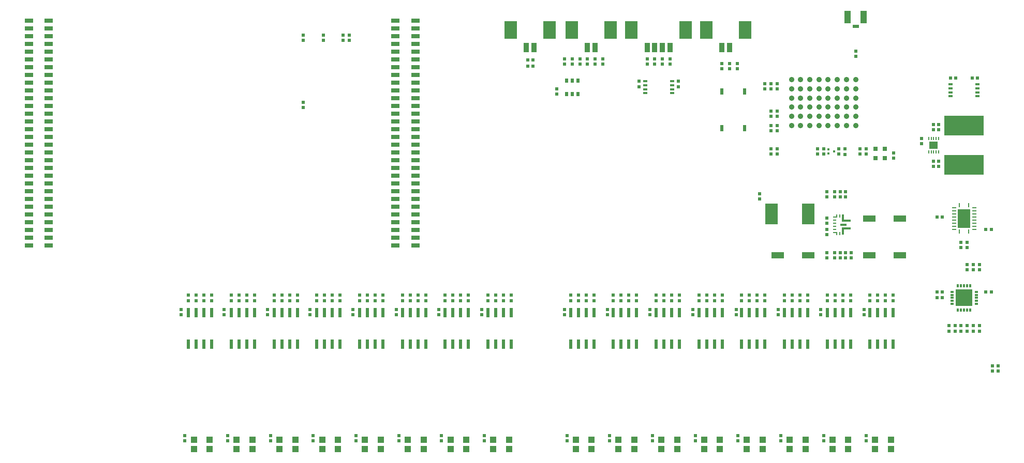
<source format=gtp>
G04*
G04 #@! TF.GenerationSoftware,Altium Limited,Altium Designer,20.0.13 (296)*
G04*
G04 Layer_Color=8421504*
%FSLAX25Y25*%
%MOIN*%
G70*
G01*
G75*
%ADD19R,0.05787X0.02914*%
G04:AMPARAMS|DCode=20|XSize=23.62mil|YSize=9.45mil|CornerRadius=0.94mil|HoleSize=0mil|Usage=FLASHONLY|Rotation=0.000|XOffset=0mil|YOffset=0mil|HoleType=Round|Shape=RoundedRectangle|*
%AMROUNDEDRECTD20*
21,1,0.02362,0.00756,0,0,0.0*
21,1,0.02173,0.00945,0,0,0.0*
1,1,0.00189,0.01087,-0.00378*
1,1,0.00189,-0.01087,-0.00378*
1,1,0.00189,-0.01087,0.00378*
1,1,0.00189,0.01087,0.00378*
%
%ADD20ROUNDEDRECTD20*%
G04:AMPARAMS|DCode=21|XSize=23.62mil|YSize=9.45mil|CornerRadius=0.94mil|HoleSize=0mil|Usage=FLASHONLY|Rotation=90.000|XOffset=0mil|YOffset=0mil|HoleType=Round|Shape=RoundedRectangle|*
%AMROUNDEDRECTD21*
21,1,0.02362,0.00756,0,0,90.0*
21,1,0.02173,0.00945,0,0,90.0*
1,1,0.00189,0.00378,0.01087*
1,1,0.00189,0.00378,-0.01087*
1,1,0.00189,-0.00378,-0.01087*
1,1,0.00189,-0.00378,0.01087*
%
%ADD21ROUNDEDRECTD21*%
%ADD22R,0.08071X0.12008*%
%ADD23R,0.05709X0.01575*%
%ADD24R,0.01575X0.04921*%
%ADD25R,0.00984X0.02264*%
%ADD26R,0.02756X0.00886*%
%ADD27R,0.00984X0.02165*%
%ADD28R,0.02165X0.00984*%
%ADD29R,0.03937X0.01575*%
%ADD30R,0.00984X0.01968*%
%ADD31R,0.05512X0.05118*%
%ADD32R,0.07874X0.13780*%
%ADD33R,0.01968X0.03150*%
%ADD34R,0.01575X0.01575*%
%ADD35R,0.01575X0.01575*%
%ADD36R,0.05787X0.02913*%
%ADD37R,0.25591X0.12520*%
%ADD38R,0.02047X0.01850*%
%ADD39R,0.11024X0.11024*%
%ADD40R,0.01181X0.01968*%
%ADD41R,0.01968X0.01181*%
%ADD42R,0.01968X0.03937*%
%ADD43R,0.03150X0.01575*%
%ADD44R,0.03937X0.03937*%
%ADD45R,0.02362X0.01968*%
%ADD46R,0.03150X0.03150*%
%ADD47R,0.01968X0.05906*%
%ADD48R,0.01850X0.02047*%
%ADD49R,0.08268X0.11811*%
G04:AMPARAMS|DCode=50|XSize=62.99mil|YSize=31.89mil|CornerRadius=3.19mil|HoleSize=0mil|Usage=FLASHONLY|Rotation=270.000|XOffset=0mil|YOffset=0mil|HoleType=Round|Shape=RoundedRectangle|*
%AMROUNDEDRECTD50*
21,1,0.06299,0.02551,0,0,270.0*
21,1,0.05661,0.03189,0,0,270.0*
1,1,0.00638,-0.01276,-0.02831*
1,1,0.00638,-0.01276,0.02831*
1,1,0.00638,0.01276,0.02831*
1,1,0.00638,0.01276,-0.02831*
%
%ADD50ROUNDEDRECTD50*%
%ADD51R,0.03937X0.07874*%
%ADD52R,0.03937X0.02362*%
%ADD53R,0.07874X0.03937*%
%ADD54C,0.03543*%
D19*
X31370Y140099D02*
D03*
X44071Y140099D02*
D03*
X31370Y145098D02*
D03*
X44071Y145099D02*
D03*
X31370Y150099D02*
D03*
X44071Y150099D02*
D03*
X31370Y155098D02*
D03*
X44071Y155099D02*
D03*
X31370Y160099D02*
D03*
X44071Y160099D02*
D03*
X31370Y165099D02*
D03*
X44071Y165099D02*
D03*
X31370Y170098D02*
D03*
X44071Y170099D02*
D03*
X31370Y175099D02*
D03*
X44071Y175099D02*
D03*
X31370Y180098D02*
D03*
X44071Y180099D02*
D03*
X31370Y185099D02*
D03*
X44071Y185099D02*
D03*
X31370Y190099D02*
D03*
X44071Y190099D02*
D03*
X31370Y195098D02*
D03*
X44071Y195099D02*
D03*
X31370Y200098D02*
D03*
X44071Y200099D02*
D03*
X31370Y205099D02*
D03*
X44071Y205099D02*
D03*
X31370Y210098D02*
D03*
X44071Y210099D02*
D03*
X31370Y215098D02*
D03*
X44071Y215099D02*
D03*
X31370Y220098D02*
D03*
X44071Y220098D02*
D03*
X31370Y225098D02*
D03*
X44071Y225098D02*
D03*
X31370Y230098D02*
D03*
X44071Y230099D02*
D03*
X31370Y235098D02*
D03*
X44071Y235099D02*
D03*
X31370Y240098D02*
D03*
X44071Y240099D02*
D03*
X31370Y245098D02*
D03*
X44071Y245098D02*
D03*
X31370Y250098D02*
D03*
X44071Y250098D02*
D03*
X31370Y255098D02*
D03*
X44071Y255099D02*
D03*
X31370Y260098D02*
D03*
X44071Y260099D02*
D03*
X31370Y265098D02*
D03*
X44071Y265099D02*
D03*
X31370Y270098D02*
D03*
X44071Y270098D02*
D03*
X31370Y275098D02*
D03*
X44071Y275098D02*
D03*
X31370Y280098D02*
D03*
X44071Y280099D02*
D03*
X31370Y285098D02*
D03*
X44071Y285099D02*
D03*
X267590Y140102D02*
D03*
X280291D02*
D03*
X267590Y145102D02*
D03*
X280291D02*
D03*
X267590Y150102D02*
D03*
X280291D02*
D03*
X267590Y155102D02*
D03*
X280291D02*
D03*
X267590Y160102D02*
D03*
X280291D02*
D03*
X267590Y165102D02*
D03*
X280291D02*
D03*
X267590Y170102D02*
D03*
X280291D02*
D03*
X267590Y175102D02*
D03*
X280291D02*
D03*
X267590Y180102D02*
D03*
X280291D02*
D03*
X267590Y185102D02*
D03*
X280291D02*
D03*
X267590Y190102D02*
D03*
X280291D02*
D03*
X267590Y195102D02*
D03*
X280291D02*
D03*
X267590Y200102D02*
D03*
X280291D02*
D03*
X267590Y205102D02*
D03*
X280291D02*
D03*
X267590Y210102D02*
D03*
X280291D02*
D03*
X267590Y215102D02*
D03*
X280291D02*
D03*
X267590Y220102D02*
D03*
X280291D02*
D03*
X267590Y225102D02*
D03*
X280291D02*
D03*
X267590Y230102D02*
D03*
X280291D02*
D03*
X267590Y235102D02*
D03*
X280291D02*
D03*
X267590Y240102D02*
D03*
X280291D02*
D03*
X267590Y245102D02*
D03*
X280291D02*
D03*
X267590Y250102D02*
D03*
X280291D02*
D03*
X267590Y255102D02*
D03*
X280291D02*
D03*
X267590Y260102D02*
D03*
X280291D02*
D03*
X267590Y265102D02*
D03*
X280291D02*
D03*
X267590Y270102D02*
D03*
X280291D02*
D03*
X267590Y275102D02*
D03*
X280291D02*
D03*
X267590Y280102D02*
D03*
X280291D02*
D03*
X267590Y285102D02*
D03*
X280291D02*
D03*
D20*
X627362Y158465D02*
D03*
Y156496D02*
D03*
Y154527D02*
D03*
Y152559D02*
D03*
Y150591D02*
D03*
Y160433D02*
D03*
Y162402D02*
D03*
Y164370D02*
D03*
X640354D02*
D03*
Y162402D02*
D03*
Y160433D02*
D03*
Y150591D02*
D03*
Y152559D02*
D03*
Y154527D02*
D03*
Y156496D02*
D03*
Y158465D02*
D03*
D21*
X630905Y149016D02*
D03*
X636811D02*
D03*
X630905Y165945D02*
D03*
X636811D02*
D03*
D22*
X633858Y157480D02*
D03*
D23*
X557972Y150984D02*
D03*
Y156102D02*
D03*
D24*
X555905Y149311D02*
D03*
Y157776D02*
D03*
D25*
X551673Y147884D02*
D03*
Y159203D02*
D03*
D26*
X550787Y148573D02*
D03*
Y158514D02*
D03*
D27*
X553642Y147933D02*
D03*
Y159153D02*
D03*
D28*
X550492Y150591D02*
D03*
Y152559D02*
D03*
Y154528D02*
D03*
Y156496D02*
D03*
D29*
X556102Y153543D02*
D03*
D30*
X611024Y200394D02*
D03*
X612598D02*
D03*
X614173D02*
D03*
X615748D02*
D03*
X617323D02*
D03*
Y209055D02*
D03*
X615748D02*
D03*
X614173D02*
D03*
X612598D02*
D03*
X611024D02*
D03*
D31*
X614173Y204724D02*
D03*
D32*
X533465Y160492D02*
D03*
X509842D02*
D03*
D33*
X381398Y246457D02*
D03*
X377658D02*
D03*
X385138D02*
D03*
Y237795D02*
D03*
X381398D02*
D03*
X377658D02*
D03*
D34*
X546457Y202264D02*
D03*
Y199311D02*
D03*
D35*
X550000Y200787D02*
D03*
D36*
X31370Y140099D02*
D03*
X44070D02*
D03*
X31370Y145098D02*
D03*
X44070D02*
D03*
X31370Y150099D02*
D03*
X44070D02*
D03*
X31370Y155098D02*
D03*
X44070D02*
D03*
X31370Y160099D02*
D03*
X44070D02*
D03*
X31370Y165099D02*
D03*
X44070D02*
D03*
X31370Y170098D02*
D03*
X44070D02*
D03*
X31370Y175099D02*
D03*
X44070D02*
D03*
X31370Y180098D02*
D03*
X44070D02*
D03*
X31370Y185099D02*
D03*
X44070D02*
D03*
X31370Y190099D02*
D03*
X44070D02*
D03*
X31370Y195098D02*
D03*
X44070D02*
D03*
X31370Y200098D02*
D03*
X44070D02*
D03*
X31370Y205099D02*
D03*
X44070D02*
D03*
X31370Y210099D02*
D03*
X44070D02*
D03*
X31370Y215099D02*
D03*
X44070D02*
D03*
X31370Y220098D02*
D03*
X44070D02*
D03*
X31370Y225098D02*
D03*
X44070D02*
D03*
X31370Y230099D02*
D03*
X44070D02*
D03*
X31370Y235099D02*
D03*
X44070D02*
D03*
X31370Y240099D02*
D03*
X44070D02*
D03*
X31370Y245098D02*
D03*
X44070D02*
D03*
X31370Y250098D02*
D03*
X44070D02*
D03*
X31370Y255099D02*
D03*
X44070D02*
D03*
X31370Y260099D02*
D03*
X44070D02*
D03*
X31370Y265099D02*
D03*
X44070D02*
D03*
X31370Y270098D02*
D03*
X44070D02*
D03*
X31370Y275098D02*
D03*
X44070D02*
D03*
X31370Y280099D02*
D03*
X44070D02*
D03*
X31370Y285099D02*
D03*
X44070D02*
D03*
X267591Y140099D02*
D03*
X280291D02*
D03*
X267591Y145098D02*
D03*
X280291D02*
D03*
X267591Y150099D02*
D03*
X280291D02*
D03*
X267591Y155098D02*
D03*
X280291D02*
D03*
X267591Y160099D02*
D03*
X280291D02*
D03*
X267591Y165099D02*
D03*
X280291D02*
D03*
X267591Y170098D02*
D03*
X280291D02*
D03*
X267591Y175099D02*
D03*
X280291D02*
D03*
X267591Y180098D02*
D03*
X280291D02*
D03*
X267591Y185099D02*
D03*
X280291D02*
D03*
X267591Y190099D02*
D03*
X280291D02*
D03*
X267591Y195098D02*
D03*
X280291D02*
D03*
X267591Y200098D02*
D03*
X280291D02*
D03*
X267591Y205099D02*
D03*
X280291D02*
D03*
X267591Y210099D02*
D03*
X280291D02*
D03*
X267591Y215099D02*
D03*
X280291D02*
D03*
X267591Y220098D02*
D03*
X280291D02*
D03*
X267591Y225098D02*
D03*
X280291D02*
D03*
X267591Y230099D02*
D03*
X280291D02*
D03*
X267591Y235099D02*
D03*
X280291D02*
D03*
X267591Y240099D02*
D03*
X280291D02*
D03*
X267591Y245098D02*
D03*
X280291D02*
D03*
X267591Y250098D02*
D03*
X280291D02*
D03*
X267591Y255099D02*
D03*
X280291D02*
D03*
X267591Y260099D02*
D03*
X280291D02*
D03*
X267591Y265099D02*
D03*
X280291D02*
D03*
X267591Y270098D02*
D03*
X280291D02*
D03*
X267591Y275098D02*
D03*
X280291D02*
D03*
X267591Y280099D02*
D03*
X280291D02*
D03*
X267591Y285099D02*
D03*
X280291D02*
D03*
D37*
X633858Y192126D02*
D03*
Y217323D02*
D03*
D38*
X563976Y262087D02*
D03*
Y265472D02*
D03*
X513386Y241142D02*
D03*
Y244528D02*
D03*
X129500Y95492D02*
D03*
Y98878D02*
D03*
X139232Y104606D02*
D03*
Y107992D02*
D03*
X149232Y104606D02*
D03*
Y107992D02*
D03*
X157000Y95492D02*
D03*
Y98878D02*
D03*
X166791Y104606D02*
D03*
Y107992D02*
D03*
X176791Y104606D02*
D03*
Y107992D02*
D03*
X185000Y95492D02*
D03*
Y98878D02*
D03*
X194350Y104606D02*
D03*
Y107992D02*
D03*
X204350Y104606D02*
D03*
Y107992D02*
D03*
X212500Y95492D02*
D03*
Y98878D02*
D03*
X221909Y104606D02*
D03*
Y107992D02*
D03*
X231909Y104606D02*
D03*
Y107992D02*
D03*
X240000Y95492D02*
D03*
Y98878D02*
D03*
X249468Y104606D02*
D03*
Y107992D02*
D03*
X259469Y104606D02*
D03*
Y107992D02*
D03*
X268000Y95492D02*
D03*
Y98878D02*
D03*
X277028Y104606D02*
D03*
Y107992D02*
D03*
X287028Y104606D02*
D03*
Y107992D02*
D03*
X295500Y95492D02*
D03*
Y98878D02*
D03*
X304587Y104606D02*
D03*
Y107992D02*
D03*
X314587Y104606D02*
D03*
Y107992D02*
D03*
X323000Y95492D02*
D03*
Y98878D02*
D03*
X332146Y104606D02*
D03*
Y107992D02*
D03*
X342146Y104606D02*
D03*
Y107992D02*
D03*
X376500Y95492D02*
D03*
Y98878D02*
D03*
X385295Y104606D02*
D03*
Y107992D02*
D03*
X395295Y104606D02*
D03*
Y107992D02*
D03*
X404000Y95492D02*
D03*
Y98878D02*
D03*
X412854Y104606D02*
D03*
Y107992D02*
D03*
X422854Y104606D02*
D03*
Y107992D02*
D03*
X431500Y95492D02*
D03*
Y98878D02*
D03*
X440413Y104606D02*
D03*
Y107992D02*
D03*
X450413Y104606D02*
D03*
Y107992D02*
D03*
X459000Y95492D02*
D03*
Y98878D02*
D03*
X467973Y104606D02*
D03*
Y107992D02*
D03*
X477973Y104606D02*
D03*
Y107992D02*
D03*
X487000Y95492D02*
D03*
Y98878D02*
D03*
X495532Y104606D02*
D03*
Y107992D02*
D03*
X505532Y104606D02*
D03*
Y107992D02*
D03*
X514000Y95492D02*
D03*
Y98878D02*
D03*
X523091Y104606D02*
D03*
Y107992D02*
D03*
X533091Y104606D02*
D03*
Y107992D02*
D03*
X541500Y95492D02*
D03*
Y98878D02*
D03*
X550650Y104606D02*
D03*
Y107992D02*
D03*
X560650Y104606D02*
D03*
Y107992D02*
D03*
X569500Y95492D02*
D03*
Y98878D02*
D03*
X578209Y104606D02*
D03*
Y107992D02*
D03*
X588209Y104606D02*
D03*
Y107992D02*
D03*
X208244Y229193D02*
D03*
Y232579D02*
D03*
X208244Y275886D02*
D03*
Y272500D02*
D03*
X221000Y275886D02*
D03*
Y272500D02*
D03*
X237693Y275886D02*
D03*
Y272500D02*
D03*
X233756Y275886D02*
D03*
Y272500D02*
D03*
X391240Y256996D02*
D03*
Y260382D02*
D03*
X371555Y237795D02*
D03*
Y241181D02*
D03*
X376476Y256996D02*
D03*
Y260382D02*
D03*
X424311Y245965D02*
D03*
Y242579D02*
D03*
X449705Y245965D02*
D03*
Y242579D02*
D03*
X482776Y253996D02*
D03*
Y257382D02*
D03*
X502165Y173445D02*
D03*
Y170059D02*
D03*
X557596Y174921D02*
D03*
Y171535D02*
D03*
X545276Y157913D02*
D03*
Y154528D02*
D03*
X557596Y132165D02*
D03*
Y135551D02*
D03*
X554119Y132165D02*
D03*
Y135551D02*
D03*
X554120Y174921D02*
D03*
Y171535D02*
D03*
X545276Y174921D02*
D03*
Y171535D02*
D03*
Y147205D02*
D03*
Y150591D02*
D03*
X631890Y88307D02*
D03*
Y84921D02*
D03*
X635827Y88307D02*
D03*
Y84921D02*
D03*
X639764Y88307D02*
D03*
Y84921D02*
D03*
X643701Y88307D02*
D03*
Y84921D02*
D03*
X627953Y88307D02*
D03*
Y84921D02*
D03*
X624016Y88307D02*
D03*
Y84921D02*
D03*
X655890Y62441D02*
D03*
Y59055D02*
D03*
X643701Y124291D02*
D03*
Y127677D02*
D03*
X635827Y124291D02*
D03*
Y127677D02*
D03*
X639764Y124291D02*
D03*
Y127677D02*
D03*
X606299Y209055D02*
D03*
Y205669D02*
D03*
X617323Y218228D02*
D03*
Y214843D02*
D03*
X588583Y196280D02*
D03*
Y199665D02*
D03*
X570866Y202480D02*
D03*
Y199094D02*
D03*
X566929D02*
D03*
Y202480D02*
D03*
X513386D02*
D03*
Y199094D02*
D03*
X543307Y202480D02*
D03*
Y199094D02*
D03*
X396161Y256996D02*
D03*
Y260382D02*
D03*
X434547Y256996D02*
D03*
Y260382D02*
D03*
X439468Y256996D02*
D03*
Y260382D02*
D03*
X477854Y257382D02*
D03*
Y253996D02*
D03*
X651953Y62441D02*
D03*
Y59055D02*
D03*
X131890Y17441D02*
D03*
Y14055D02*
D03*
X134232Y107992D02*
D03*
Y104606D02*
D03*
X144232Y107992D02*
D03*
Y104606D02*
D03*
X159449Y17441D02*
D03*
Y14055D02*
D03*
X161791Y107992D02*
D03*
Y104606D02*
D03*
X171791Y107992D02*
D03*
Y104606D02*
D03*
X187008Y17441D02*
D03*
Y14055D02*
D03*
X189350Y107992D02*
D03*
Y104606D02*
D03*
X199350Y107992D02*
D03*
Y104606D02*
D03*
X214567Y17441D02*
D03*
Y14055D02*
D03*
X216910Y107992D02*
D03*
Y104606D02*
D03*
X226909Y107992D02*
D03*
Y104606D02*
D03*
X242126Y17441D02*
D03*
Y14055D02*
D03*
X244468Y107992D02*
D03*
Y104606D02*
D03*
X254468Y107992D02*
D03*
Y104606D02*
D03*
X269685Y17441D02*
D03*
Y14055D02*
D03*
X272028Y107992D02*
D03*
Y104606D02*
D03*
X282028Y107992D02*
D03*
Y104606D02*
D03*
X297244Y17441D02*
D03*
Y14055D02*
D03*
X299587Y107992D02*
D03*
Y104606D02*
D03*
X309587Y107992D02*
D03*
Y104606D02*
D03*
X324803Y17441D02*
D03*
Y14055D02*
D03*
X327146Y107992D02*
D03*
Y104606D02*
D03*
X337146Y107992D02*
D03*
Y104606D02*
D03*
X377953Y17441D02*
D03*
Y14055D02*
D03*
X380295Y107992D02*
D03*
Y104606D02*
D03*
X390295Y107992D02*
D03*
Y104606D02*
D03*
X405512Y17441D02*
D03*
Y14055D02*
D03*
X407854Y107992D02*
D03*
Y104606D02*
D03*
X417854Y107992D02*
D03*
Y104606D02*
D03*
X433071Y17441D02*
D03*
Y14055D02*
D03*
X435413Y107992D02*
D03*
Y104606D02*
D03*
X445413Y107992D02*
D03*
Y104606D02*
D03*
X460630Y17441D02*
D03*
Y14055D02*
D03*
X462972Y107992D02*
D03*
Y104606D02*
D03*
X472972Y107992D02*
D03*
Y104606D02*
D03*
X488189Y17441D02*
D03*
Y14055D02*
D03*
X490531Y107992D02*
D03*
Y104606D02*
D03*
X500531Y107992D02*
D03*
Y104606D02*
D03*
X515748Y17441D02*
D03*
Y14055D02*
D03*
X518091Y107992D02*
D03*
Y104606D02*
D03*
X528091Y107992D02*
D03*
Y104606D02*
D03*
X543307Y17441D02*
D03*
Y14055D02*
D03*
X545650Y107992D02*
D03*
Y104606D02*
D03*
X555650Y107992D02*
D03*
Y104606D02*
D03*
X570866Y17441D02*
D03*
Y14055D02*
D03*
X573209Y107992D02*
D03*
Y104606D02*
D03*
X583209Y107992D02*
D03*
Y104606D02*
D03*
X386319Y256996D02*
D03*
Y260382D02*
D03*
X381398Y256996D02*
D03*
Y260382D02*
D03*
X401083D02*
D03*
Y256996D02*
D03*
X429626D02*
D03*
Y260382D02*
D03*
X444390Y256996D02*
D03*
Y260382D02*
D03*
X487697Y253996D02*
D03*
Y257382D02*
D03*
X550596Y132165D02*
D03*
Y135551D02*
D03*
X545276D02*
D03*
Y132165D02*
D03*
X550596Y171535D02*
D03*
Y174921D02*
D03*
X561096Y132165D02*
D03*
Y135551D02*
D03*
X614173Y218228D02*
D03*
Y214843D02*
D03*
X617323Y191220D02*
D03*
Y194606D02*
D03*
X614173Y191220D02*
D03*
Y194606D02*
D03*
X631890Y138791D02*
D03*
Y142177D02*
D03*
X635827Y138791D02*
D03*
Y142177D02*
D03*
X509449Y199094D02*
D03*
Y202480D02*
D03*
X553150D02*
D03*
Y199094D02*
D03*
X539370Y202480D02*
D03*
Y199094D02*
D03*
X509449Y226811D02*
D03*
Y223425D02*
D03*
Y214134D02*
D03*
Y217520D02*
D03*
Y244528D02*
D03*
Y241142D02*
D03*
X505512D02*
D03*
Y244528D02*
D03*
X513386Y223425D02*
D03*
Y226811D02*
D03*
Y217520D02*
D03*
Y214134D02*
D03*
D39*
X633858Y106299D02*
D03*
D40*
X637795Y98425D02*
D03*
X635827D02*
D03*
X633858D02*
D03*
X631890D02*
D03*
X629921D02*
D03*
Y114173D02*
D03*
X631890D02*
D03*
X633858D02*
D03*
X635827D02*
D03*
X637795D02*
D03*
D41*
X625984Y102362D02*
D03*
Y104331D02*
D03*
Y106299D02*
D03*
Y108268D02*
D03*
Y110236D02*
D03*
X641732D02*
D03*
Y108268D02*
D03*
Y106299D02*
D03*
Y104331D02*
D03*
Y102362D02*
D03*
D42*
X477854Y239449D02*
D03*
X492421D02*
D03*
X477854Y215827D02*
D03*
X492421D02*
D03*
D43*
X642520Y243996D02*
D03*
Y241437D02*
D03*
Y238878D02*
D03*
Y236319D02*
D03*
X625197D02*
D03*
Y238878D02*
D03*
Y241437D02*
D03*
Y243996D02*
D03*
X445669Y245965D02*
D03*
Y243406D02*
D03*
Y240846D02*
D03*
Y238287D02*
D03*
X428346D02*
D03*
Y240846D02*
D03*
Y243406D02*
D03*
Y245965D02*
D03*
D44*
X586811Y14764D02*
D03*
Y8858D02*
D03*
X576575Y14764D02*
D03*
Y8858D02*
D03*
X147835Y14764D02*
D03*
Y8858D02*
D03*
X137598Y14764D02*
D03*
Y8858D02*
D03*
X175394Y14764D02*
D03*
Y8858D02*
D03*
X165157Y14764D02*
D03*
Y8858D02*
D03*
X202953Y14764D02*
D03*
Y8858D02*
D03*
X192717Y14764D02*
D03*
Y8858D02*
D03*
X230512Y14764D02*
D03*
Y8858D02*
D03*
X220276Y14764D02*
D03*
Y8858D02*
D03*
X258071Y14764D02*
D03*
Y8858D02*
D03*
X247835Y14764D02*
D03*
Y8858D02*
D03*
X285630Y14764D02*
D03*
Y8858D02*
D03*
X275394Y14764D02*
D03*
Y8858D02*
D03*
X313189Y14764D02*
D03*
Y8858D02*
D03*
X302953Y14764D02*
D03*
Y8858D02*
D03*
X340748Y14764D02*
D03*
Y8858D02*
D03*
X330512Y14764D02*
D03*
Y8858D02*
D03*
X393898Y14764D02*
D03*
Y8858D02*
D03*
X383661Y14764D02*
D03*
Y8858D02*
D03*
X421457Y14764D02*
D03*
Y8858D02*
D03*
X411221Y14764D02*
D03*
Y8858D02*
D03*
X449016Y14764D02*
D03*
Y8858D02*
D03*
X438779Y14764D02*
D03*
Y8858D02*
D03*
X476575Y14764D02*
D03*
Y8858D02*
D03*
X466339Y14764D02*
D03*
Y8858D02*
D03*
X504134Y14764D02*
D03*
Y8858D02*
D03*
X493898Y14764D02*
D03*
Y8858D02*
D03*
X531693Y14764D02*
D03*
Y8858D02*
D03*
X521457Y14764D02*
D03*
Y8858D02*
D03*
X559252Y14764D02*
D03*
Y8858D02*
D03*
X549016Y14764D02*
D03*
Y8858D02*
D03*
D45*
X557087Y198937D02*
D03*
Y202480D02*
D03*
D46*
X582677Y196280D02*
D03*
Y202480D02*
D03*
X576772D02*
D03*
Y196280D02*
D03*
D47*
X588209Y76378D02*
D03*
X583209D02*
D03*
X578209D02*
D03*
X573209D02*
D03*
Y96850D02*
D03*
X578209D02*
D03*
X583209D02*
D03*
X588209D02*
D03*
X149232Y76378D02*
D03*
X144232D02*
D03*
X139232D02*
D03*
X134232D02*
D03*
Y96850D02*
D03*
X139232D02*
D03*
X144232D02*
D03*
X149232D02*
D03*
X176791Y76378D02*
D03*
X171791D02*
D03*
X166791D02*
D03*
X161791D02*
D03*
Y96850D02*
D03*
X166791D02*
D03*
X171791D02*
D03*
X176791D02*
D03*
X204350Y76378D02*
D03*
X199350D02*
D03*
X194350D02*
D03*
X189350D02*
D03*
Y96850D02*
D03*
X194350D02*
D03*
X199350D02*
D03*
X204350D02*
D03*
X231909Y76378D02*
D03*
X226909D02*
D03*
X221909D02*
D03*
X216910D02*
D03*
Y96850D02*
D03*
X221909D02*
D03*
X226909D02*
D03*
X231909D02*
D03*
X259469Y76378D02*
D03*
X254468D02*
D03*
X249468D02*
D03*
X244468D02*
D03*
Y96850D02*
D03*
X249468D02*
D03*
X254468D02*
D03*
X259469D02*
D03*
X287028Y76378D02*
D03*
X282028D02*
D03*
X277028D02*
D03*
X272028D02*
D03*
Y96850D02*
D03*
X277028D02*
D03*
X282028D02*
D03*
X287028D02*
D03*
X314587Y76378D02*
D03*
X309587D02*
D03*
X304587D02*
D03*
X299587D02*
D03*
Y96850D02*
D03*
X304587D02*
D03*
X309587D02*
D03*
X314587D02*
D03*
X342146Y76378D02*
D03*
X337146D02*
D03*
X332146D02*
D03*
X327146D02*
D03*
Y96850D02*
D03*
X332146D02*
D03*
X337146D02*
D03*
X342146D02*
D03*
X395295Y76378D02*
D03*
X390295D02*
D03*
X385295D02*
D03*
X380295D02*
D03*
Y96850D02*
D03*
X385295D02*
D03*
X390295D02*
D03*
X395295D02*
D03*
X422854Y76378D02*
D03*
X417854D02*
D03*
X412854D02*
D03*
X407854D02*
D03*
Y96850D02*
D03*
X412854D02*
D03*
X417854D02*
D03*
X422854D02*
D03*
X450413Y76378D02*
D03*
X445413D02*
D03*
X440413D02*
D03*
X435413D02*
D03*
Y96850D02*
D03*
X440413D02*
D03*
X445413D02*
D03*
X450413D02*
D03*
X477972Y76378D02*
D03*
X472972D02*
D03*
X467972D02*
D03*
X462972D02*
D03*
Y96850D02*
D03*
X467972D02*
D03*
X472972D02*
D03*
X477972D02*
D03*
X505532Y76378D02*
D03*
X500531D02*
D03*
X495532D02*
D03*
X490531D02*
D03*
Y96850D02*
D03*
X495532D02*
D03*
X500531D02*
D03*
X505532D02*
D03*
X533090Y76378D02*
D03*
X528090D02*
D03*
X523091D02*
D03*
X518090D02*
D03*
Y96850D02*
D03*
X523091D02*
D03*
X528090D02*
D03*
X533090D02*
D03*
X560650Y76378D02*
D03*
X555650D02*
D03*
X550650D02*
D03*
X545650D02*
D03*
Y96850D02*
D03*
X550650D02*
D03*
X555650D02*
D03*
X560650D02*
D03*
D48*
X352638Y259842D02*
D03*
X356024D02*
D03*
X642520Y248031D02*
D03*
X639134D02*
D03*
X625197D02*
D03*
X628583D02*
D03*
X352638Y255906D02*
D03*
X356024D02*
D03*
X616417Y158465D02*
D03*
X619803D02*
D03*
Y106299D02*
D03*
X616417D02*
D03*
X619803Y110236D02*
D03*
X616417D02*
D03*
X647913Y110236D02*
D03*
X651299D02*
D03*
Y150591D02*
D03*
X647913D02*
D03*
D49*
X419587Y279134D02*
D03*
X454429D02*
D03*
X492815D02*
D03*
X467815D02*
D03*
X381201D02*
D03*
X406201D02*
D03*
X341831D02*
D03*
X366831D02*
D03*
D50*
X429626Y267717D02*
D03*
X434547D02*
D03*
X444390D02*
D03*
X439468D02*
D03*
X482776D02*
D03*
X477854D02*
D03*
X391240D02*
D03*
X396161D02*
D03*
X351870D02*
D03*
X356791D02*
D03*
D51*
X558858Y287402D02*
D03*
X569095D02*
D03*
D52*
X563976Y281496D02*
D03*
D53*
X592520Y157480D02*
D03*
X572835D02*
D03*
X533465Y133858D02*
D03*
X513779D02*
D03*
X592520D02*
D03*
X572835D02*
D03*
D54*
X563976Y247047D02*
D03*
X558071D02*
D03*
X552165D02*
D03*
X546260D02*
D03*
X540354D02*
D03*
X534449D02*
D03*
X528543D02*
D03*
X522638D02*
D03*
X563976Y241142D02*
D03*
X558071D02*
D03*
X552165D02*
D03*
X546260D02*
D03*
X540354D02*
D03*
X534449D02*
D03*
X528543D02*
D03*
X522638D02*
D03*
X563976Y235236D02*
D03*
X558071D02*
D03*
X552165D02*
D03*
X546260D02*
D03*
X540354D02*
D03*
X534449D02*
D03*
X528543D02*
D03*
X522638D02*
D03*
X563976Y229331D02*
D03*
X558071D02*
D03*
X552165D02*
D03*
X546260D02*
D03*
X540354D02*
D03*
X534449D02*
D03*
X528543D02*
D03*
X522638D02*
D03*
X563976Y223425D02*
D03*
X558071D02*
D03*
X552165D02*
D03*
X546260D02*
D03*
X540354D02*
D03*
X534449D02*
D03*
X528543D02*
D03*
X522638D02*
D03*
X558071Y217520D02*
D03*
X552165D02*
D03*
X546260D02*
D03*
X540354D02*
D03*
X534449D02*
D03*
X528543D02*
D03*
X522638D02*
D03*
X563976D02*
D03*
M02*

</source>
